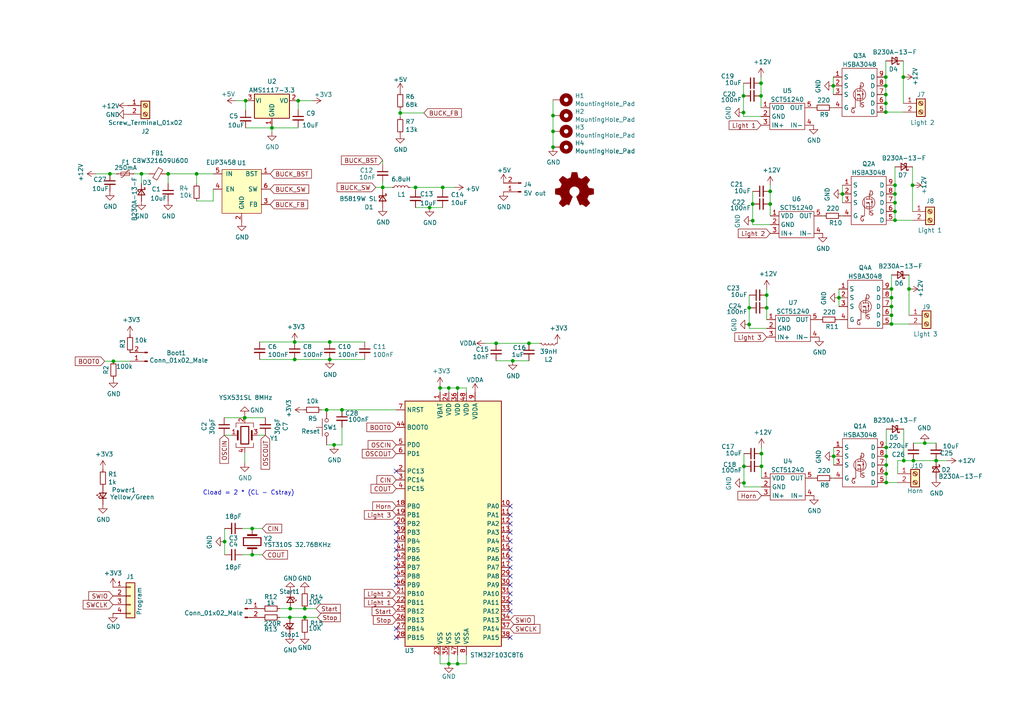
<source format=kicad_sch>
(kicad_sch (version 20211123) (generator eeschema)
  (paper "A4")
  (junction (at 85.471 104.267))
  (junction (at 223.393 59.182))
  (junction (at 271.526 133.604))
  (junction (at 110.998 54.356))
  (junction (at 127.635 112.522))
  (junction (at 259.588 58.801))
  (junction (at 215.646 27.813))
  (junction (at 223.393 55.499))
  (junction (at 264.922 133.604))
  (junction (at 257.048 137.414))
  (junction (at 256.921 27.432))
  (junction (at 215.646 32.639))
  (junction (at 220.853 131.572))
  (junction (at 222.377 89.281))
  (junction (at 132.715 192.532))
  (junction (at 120.523 54.356))
  (junction (at 218.313 59.182))
  (junction (at 73.152 153.289))
  (junction (at 148.717 104.648))
  (junction (at 259.588 61.341))
  (junction (at 84.074 179.07))
  (junction (at 124.587 60.198))
  (junction (at 217.297 94.107))
  (junction (at 217.297 89.281))
  (junction (at 160.401 38.1))
  (junction (at 258.572 93.98))
  (junction (at 95.631 99.187))
  (junction (at 263.652 83.82))
  (junction (at 96.901 129.032))
  (junction (at 116.078 32.766))
  (junction (at 70.993 121.158))
  (junction (at 244.348 56.261))
  (junction (at 88.392 176.53))
  (junction (at 160.401 42.672))
  (junction (at 94.742 118.872))
  (junction (at 132.715 112.522))
  (junction (at 268.224 128.524))
  (junction (at 257.048 132.334))
  (junction (at 258.572 91.44))
  (junction (at 95.631 104.267))
  (junction (at 220.853 135.255))
  (junction (at 241.681 24.892))
  (junction (at 143.891 99.568))
  (junction (at 130.175 112.522))
  (junction (at 222.377 85.598))
  (junction (at 86.487 29.21))
  (junction (at 71.247 29.21))
  (junction (at 264.668 53.721))
  (junction (at 85.471 99.187))
  (junction (at 256.921 32.512))
  (junction (at 73.152 160.909))
  (junction (at 262.001 22.352))
  (junction (at 215.773 135.255))
  (junction (at 262.128 133.604))
  (junction (at 215.773 140.081))
  (junction (at 32.893 104.775))
  (junction (at 48.768 50.419))
  (junction (at 220.726 24.13))
  (junction (at 256.921 24.892))
  (junction (at 99.187 118.872))
  (junction (at 84.201 176.53))
  (junction (at 259.588 63.881))
  (junction (at 220.726 27.813))
  (junction (at 88.392 179.07))
  (junction (at 243.332 86.36))
  (junction (at 128.397 54.356))
  (junction (at 65.151 157.099))
  (junction (at 258.572 83.82))
  (junction (at 160.401 33.528))
  (junction (at 57.023 50.419))
  (junction (at 259.588 53.721))
  (junction (at 258.572 86.36))
  (junction (at 256.921 22.352))
  (junction (at 241.808 132.334))
  (junction (at 78.867 37.084))
  (junction (at 130.175 192.532))
  (junction (at 257.048 129.794))
  (junction (at 153.416 99.568))
  (junction (at 218.313 64.008))
  (junction (at 256.921 29.972))
  (junction (at 41.021 50.419))
  (junction (at 257.048 134.874))
  (junction (at 259.588 56.261))
  (junction (at 31.877 50.419))
  (junction (at 258.572 88.9))
  (junction (at 257.048 139.954))
  (no_connect (at 114.935 136.652))
  (no_connect (at 147.955 167.132))
  (no_connect (at 114.935 169.672))
  (no_connect (at 114.935 156.972))
  (no_connect (at 114.935 162.052))
  (no_connect (at 114.935 154.432))
  (no_connect (at 114.935 182.372))
  (no_connect (at 114.935 164.592))
  (no_connect (at 147.955 149.352))
  (no_connect (at 147.955 146.812))
  (no_connect (at 147.955 177.292))
  (no_connect (at 147.955 174.752))
  (no_connect (at 147.955 154.432))
  (no_connect (at 147.955 156.972))
  (no_connect (at 147.955 151.892))
  (no_connect (at 147.955 164.592))
  (no_connect (at 147.955 162.052))
  (no_connect (at 147.955 169.672))
  (no_connect (at 147.955 184.912))
  (no_connect (at 147.955 159.512))
  (no_connect (at 147.955 172.212))
  (no_connect (at 114.935 159.512))
  (no_connect (at 114.935 184.912))
  (no_connect (at 114.935 151.892))
  (no_connect (at 114.935 167.132))
  (wire (pts (xy 27.813 50.419) (xy 31.877 50.419)))
  (wire (pts (xy 220.853 129.794) (xy 220.853 131.572)))
  (wire (pts (xy 243.332 83.82) (xy 243.332 86.36)))
  (wire (pts (xy 78.867 37.084) (xy 86.487 37.084)))
  (wire (pts (xy 215.773 141.224) (xy 215.773 140.081)))
  (wire (pts (xy 241.808 129.794) (xy 241.808 132.334)))
  (wire (pts (xy 241.681 24.892) (xy 241.681 27.432)))
  (wire (pts (xy 222.377 95.25) (xy 217.297 95.25)))
  (wire (pts (xy 218.313 55.499) (xy 218.313 59.182)))
  (wire (pts (xy 32.893 104.775) (xy 37.719 104.775)))
  (wire (pts (xy 41.021 50.419) (xy 43.18 50.419)))
  (wire (pts (xy 73.152 153.289) (xy 76.073 153.289)))
  (wire (pts (xy 160.401 38.1) (xy 160.401 42.672)))
  (wire (pts (xy 110.998 54.356) (xy 113.792 54.356)))
  (wire (pts (xy 84.074 179.07) (xy 88.392 179.07)))
  (wire (pts (xy 257.048 134.874) (xy 257.048 137.414)))
  (wire (pts (xy 91.694 176.53) (xy 88.392 176.53)))
  (wire (pts (xy 57.023 50.419) (xy 61.849 50.419)))
  (wire (pts (xy 61.849 58.293) (xy 61.849 54.864)))
  (wire (pts (xy 127.635 189.992) (xy 127.635 192.532)))
  (wire (pts (xy 257.048 129.794) (xy 257.048 132.334)))
  (wire (pts (xy 222.377 89.281) (xy 222.377 92.71)))
  (wire (pts (xy 264.668 48.387) (xy 264.668 53.721)))
  (wire (pts (xy 217.297 94.107) (xy 217.297 89.281)))
  (wire (pts (xy 70.993 131.318) (xy 70.993 134.239)))
  (wire (pts (xy 81.153 176.53) (xy 84.201 176.53)))
  (wire (pts (xy 274.701 133.604) (xy 271.526 133.604)))
  (wire (pts (xy 220.853 135.255) (xy 220.853 138.684)))
  (wire (pts (xy 120.523 54.356) (xy 120.523 55.118)))
  (wire (pts (xy 130.175 189.992) (xy 130.175 192.532)))
  (wire (pts (xy 128.397 54.356) (xy 131.826 54.356)))
  (wire (pts (xy 92.075 179.07) (xy 88.392 179.07)))
  (wire (pts (xy 95.631 99.187) (xy 105.791 99.187)))
  (wire (pts (xy 215.773 140.081) (xy 215.773 135.255)))
  (wire (pts (xy 68.453 29.21) (xy 71.247 29.21)))
  (wire (pts (xy 132.715 192.532) (xy 135.255 192.532)))
  (wire (pts (xy 259.588 58.801) (xy 259.588 61.341)))
  (wire (pts (xy 220.726 33.782) (xy 215.646 33.782)))
  (wire (pts (xy 243.332 86.36) (xy 243.332 88.9)))
  (wire (pts (xy 132.715 112.522) (xy 135.255 112.522)))
  (wire (pts (xy 257.048 132.334) (xy 257.048 134.874)))
  (wire (pts (xy 262.001 17.653) (xy 262.001 22.352)))
  (wire (pts (xy 217.297 85.598) (xy 217.297 89.281)))
  (wire (pts (xy 257.048 139.954) (xy 260.35 139.954)))
  (wire (pts (xy 85.471 104.267) (xy 95.631 104.267)))
  (wire (pts (xy 222.377 85.598) (xy 222.377 89.281)))
  (wire (pts (xy 258.572 93.98) (xy 263.652 93.98)))
  (wire (pts (xy 236.22 31.242) (xy 235.966 31.242)))
  (wire (pts (xy 93.218 118.872) (xy 94.742 118.872)))
  (wire (pts (xy 256.921 22.352) (xy 256.921 24.892)))
  (wire (pts (xy 57.023 58.293) (xy 61.849 58.293)))
  (wire (pts (xy 116.078 32.766) (xy 116.078 33.909)))
  (wire (pts (xy 223.393 55.499) (xy 223.393 59.182)))
  (wire (pts (xy 263.652 79.756) (xy 263.652 83.82)))
  (wire (pts (xy 85.471 99.187) (xy 95.631 99.187)))
  (wire (pts (xy 256.921 32.512) (xy 262.001 32.512)))
  (wire (pts (xy 57.023 50.419) (xy 57.023 53.213)))
  (wire (pts (xy 127.635 112.014) (xy 127.635 112.522)))
  (wire (pts (xy 65.024 121.158) (xy 70.993 121.158)))
  (wire (pts (xy 143.891 99.568) (xy 153.416 99.568)))
  (wire (pts (xy 78.867 38.227) (xy 78.867 37.084)))
  (wire (pts (xy 132.715 112.522) (xy 132.715 113.792)))
  (wire (pts (xy 220.726 27.813) (xy 220.726 31.242)))
  (wire (pts (xy 148.717 104.648) (xy 153.416 104.648)))
  (wire (pts (xy 223.393 53.721) (xy 223.393 55.499)))
  (wire (pts (xy 236.347 138.684) (xy 236.093 138.684)))
  (wire (pts (xy 65.024 126.238) (xy 67.183 126.238)))
  (wire (pts (xy 258.572 91.44) (xy 258.572 93.98)))
  (wire (pts (xy 220.853 131.572) (xy 220.853 135.255)))
  (wire (pts (xy 143.891 104.648) (xy 148.717 104.648)))
  (wire (pts (xy 81.153 179.07) (xy 84.074 179.07)))
  (wire (pts (xy 244.348 53.721) (xy 244.348 56.261)))
  (wire (pts (xy 38.862 50.419) (xy 41.021 50.419)))
  (wire (pts (xy 135.255 192.532) (xy 135.255 189.992)))
  (wire (pts (xy 264.922 133.604) (xy 262.128 133.604)))
  (wire (pts (xy 243.967 62.611) (xy 244.348 62.611)))
  (wire (pts (xy 259.588 48.387) (xy 259.588 53.721)))
  (wire (pts (xy 264.922 128.524) (xy 268.224 128.524)))
  (wire (pts (xy 110.998 46.482) (xy 110.998 47.752)))
  (wire (pts (xy 241.3 31.242) (xy 241.681 31.242)))
  (wire (pts (xy 257.048 129.794) (xy 257.048 124.46)))
  (wire (pts (xy 259.588 63.881) (xy 264.668 63.881)))
  (wire (pts (xy 86.487 31.75) (xy 86.487 29.21)))
  (wire (pts (xy 127.635 112.522) (xy 130.175 112.522)))
  (wire (pts (xy 260.35 133.604) (xy 260.35 137.414)))
  (wire (pts (xy 124.587 60.198) (xy 128.397 60.198)))
  (wire (pts (xy 262.128 133.604) (xy 260.35 133.604)))
  (wire (pts (xy 75.311 99.187) (xy 85.471 99.187)))
  (wire (pts (xy 258.572 83.82) (xy 258.572 86.36)))
  (wire (pts (xy 70.231 160.909) (xy 73.152 160.909)))
  (wire (pts (xy 90.551 29.21) (xy 86.487 29.21)))
  (wire (pts (xy 127.635 192.532) (xy 130.175 192.532)))
  (wire (pts (xy 65.151 153.289) (xy 65.151 157.099)))
  (wire (pts (xy 116.078 31.75) (xy 116.078 32.766)))
  (wire (pts (xy 218.313 64.008) (xy 218.313 59.182)))
  (wire (pts (xy 259.588 53.721) (xy 259.588 56.261)))
  (wire (pts (xy 74.803 126.238) (xy 76.962 126.238)))
  (wire (pts (xy 223.393 59.182) (xy 223.393 62.611)))
  (wire (pts (xy 223.393 65.151) (xy 218.313 65.151)))
  (wire (pts (xy 86.487 36.83) (xy 86.487 37.084)))
  (wire (pts (xy 130.175 112.522) (xy 130.175 113.792)))
  (wire (pts (xy 218.313 65.151) (xy 218.313 64.008)))
  (wire (pts (xy 241.427 138.684) (xy 241.808 138.684)))
  (wire (pts (xy 237.871 92.71) (xy 237.617 92.71)))
  (wire (pts (xy 118.872 54.356) (xy 120.523 54.356)))
  (wire (pts (xy 220.853 141.224) (xy 215.773 141.224)))
  (wire (pts (xy 238.887 62.611) (xy 238.633 62.611)))
  (wire (pts (xy 99.187 123.952) (xy 99.187 129.032)))
  (wire (pts (xy 215.646 33.782) (xy 215.646 32.639)))
  (wire (pts (xy 48.768 50.419) (xy 48.768 53.213)))
  (wire (pts (xy 132.715 189.992) (xy 132.715 192.532)))
  (wire (pts (xy 259.588 56.261) (xy 259.588 58.801)))
  (wire (pts (xy 108.966 54.356) (xy 110.998 54.356)))
  (wire (pts (xy 110.998 52.832) (xy 110.998 54.356)))
  (wire (pts (xy 65.151 157.099) (xy 65.151 160.909)))
  (wire (pts (xy 120.523 54.356) (xy 128.397 54.356)))
  (wire (pts (xy 140.843 99.568) (xy 143.891 99.568)))
  (wire (pts (xy 241.808 132.334) (xy 241.808 134.874)))
  (wire (pts (xy 122.936 32.766) (xy 116.078 32.766)))
  (wire (pts (xy 220.726 22.352) (xy 220.726 24.13)))
  (wire (pts (xy 130.175 192.532) (xy 132.715 192.532)))
  (wire (pts (xy 256.921 29.972) (xy 256.921 32.512)))
  (wire (pts (xy 94.742 118.872) (xy 99.187 118.872)))
  (wire (pts (xy 217.297 95.25) (xy 217.297 94.107)))
  (wire (pts (xy 215.773 131.572) (xy 215.773 135.255)))
  (wire (pts (xy 271.526 128.524) (xy 268.224 128.524)))
  (wire (pts (xy 73.152 160.909) (xy 76.073 160.909)))
  (wire (pts (xy 244.348 56.261) (xy 244.348 58.801)))
  (wire (pts (xy 264.668 53.721) (xy 264.668 61.341)))
  (wire (pts (xy 263.652 83.82) (xy 263.652 91.44)))
  (wire (pts (xy 124.587 60.198) (xy 120.523 60.198)))
  (wire (pts (xy 48.26 50.419) (xy 48.768 50.419)))
  (wire (pts (xy 71.247 37.084) (xy 78.867 37.084)))
  (wire (pts (xy 256.921 24.892) (xy 256.921 27.432)))
  (wire (pts (xy 160.401 28.956) (xy 160.401 33.528)))
  (wire (pts (xy 110.998 54.356) (xy 110.998 54.991)))
  (wire (pts (xy 241.681 22.352) (xy 241.681 24.892)))
  (wire (pts (xy 259.588 61.341) (xy 259.588 63.881)))
  (wire (pts (xy 127.635 112.522) (xy 127.635 113.792)))
  (wire (pts (xy 70.993 120.523) (xy 70.993 121.158)))
  (wire (pts (xy 222.377 83.82) (xy 222.377 85.598)))
  (wire (pts (xy 153.416 99.568) (xy 156.591 99.568)))
  (wire (pts (xy 256.921 27.432) (xy 256.921 29.972)))
  (wire (pts (xy 48.768 50.419) (xy 57.023 50.419)))
  (wire (pts (xy 257.048 137.414) (xy 257.048 139.954)))
  (wire (pts (xy 75.311 104.267) (xy 85.471 104.267)))
  (wire (pts (xy 96.901 129.032) (xy 94.742 129.032)))
  (wire (pts (xy 130.175 112.522) (xy 132.715 112.522)))
  (wire (pts (xy 99.187 129.032) (xy 96.901 129.032)))
  (wire (pts (xy 258.572 79.756) (xy 258.572 83.82)))
  (wire (pts (xy 78.867 37.084) (xy 78.867 36.83)))
  (wire (pts (xy 262.128 124.46) (xy 262.128 133.604)))
  (wire (pts (xy 31.877 50.419) (xy 33.782 50.419)))
  (wire (pts (xy 258.572 86.36) (xy 258.572 88.9)))
  (wire (pts (xy 128.397 55.118) (xy 128.397 54.356)))
  (wire (pts (xy 215.646 32.639) (xy 215.646 27.813)))
  (wire (pts (xy 135.255 112.522) (xy 135.255 113.792)))
  (wire (pts (xy 95.631 104.267) (xy 105.791 104.267)))
  (wire (pts (xy 215.646 24.13) (xy 215.646 27.813)))
  (wire (pts (xy 271.526 133.604) (xy 264.922 133.604)))
  (wire (pts (xy 70.993 121.158) (xy 76.962 121.158)))
  (wire (pts (xy 160.401 33.528) (xy 160.401 38.1)))
  (wire (pts (xy 41.021 53.213) (xy 41.021 50.419)))
  (wire (pts (xy 242.951 92.71) (xy 243.332 92.71)))
  (wire (pts (xy 99.187 118.872) (xy 114.935 118.872)))
  (wire (pts (xy 71.247 29.21) (xy 71.247 32.004)))
  (wire (pts (xy 70.231 153.289) (xy 73.152 153.289)))
  (wire (pts (xy 258.572 88.9) (xy 258.572 91.44)))
  (wire (pts (xy 256.921 17.653) (xy 256.921 22.352)))
  (wire (pts (xy 84.201 176.53) (xy 88.392 176.53)))
  (wire (pts (xy 30.353 104.775) (xy 32.893 104.775)))
  (wire (pts (xy 220.726 24.13) (xy 220.726 27.813)))
  (wire (pts (xy 262.001 22.352) (xy 262.001 29.972)))
  (text "Cload = 2 * (CL - Cstray)" (at 58.801 143.764 0) (effects (font (size 1.27 1.27)) (justify left bottom)))
  (global_label "Light 3" (shape input) (at 222.377 97.79 180) (property "Intersheet References" "${INTERSHEET_REFS}" (effects hide)))
  (global_label "OSCOUT" (shape input) (at 114.935 131.572 180) (property "Intersheet References" "${INTERSHEET_REFS}" (effects hide)))
  (global_label "BOOT0" (shape input) (at 30.353 104.775 180) (property "Intersheet References" "${INTERSHEET_REFS}" (effects hide)))
  (global_label "Light 2" (shape input) (at 114.935 172.212 180) (property "Intersheet References" "${INTERSHEET_REFS}" (effects hide)))
  (global_label "SWIO" (shape input) (at 147.955 179.832 0) (property "Intersheet References" "${INTERSHEET_REFS}" (effects hide)))
  (global_label "Stop" (shape input) (at 92.075 179.07 0) (property "Intersheet References" "${INTERSHEET_REFS}" (effects hide)))
  (global_label "Light 3" (shape input) (at 114.935 149.352 180) (property "Intersheet References" "${INTERSHEET_REFS}" (effects hide)))
  (global_label "Stop" (shape input) (at 114.935 179.832 180) (property "Intersheet References" "${INTERSHEET_REFS}" (effects hide)))
  (global_label "COUT" (shape input) (at 114.935 141.732 180) (property "Intersheet References" "${INTERSHEET_REFS}" (effects hide)))
  (global_label "BUCK_BST" (shape input) (at 78.359 50.419 0) (property "Intersheet References" "${INTERSHEET_REFS}" (effects hide)))
  (global_label "Horn" (shape input) (at 114.935 146.812 180) (property "Intersheet References" "${INTERSHEET_REFS}" (effects hide)))
  (global_label "BUCK_SW" (shape input) (at 78.359 54.864 0) (property "Intersheet References" "${INTERSHEET_REFS}" (effects hide)))
  (global_label "SWCLK" (shape input) (at 32.766 175.387 180) (property "Intersheet References" "${INTERSHEET_REFS}" (effects hide)))
  (global_label "SWIO" (shape input) (at 32.766 172.847 180) (property "Intersheet References" "${INTERSHEET_REFS}" (effects hide)))
  (global_label "Start" (shape input) (at 114.935 177.292 180) (property "Intersheet References" "${INTERSHEET_REFS}" (effects hide)))
  (global_label "Light 2" (shape input) (at 223.393 67.691 180) (property "Intersheet References" "${INTERSHEET_REFS}" (effects hide)))
  (global_label "BOOT0" (shape input) (at 114.935 123.952 180) (property "Intersheet References" "${INTERSHEET_REFS}" (effects hide)))
  (global_label "BUCK_FB" (shape input) (at 122.936 32.766 0) (property "Intersheet References" "${INTERSHEET_REFS}" (effects hide)))
  (global_label "COUT" (shape input) (at 76.073 160.909 0) (property "Intersheet References" "${INTERSHEET_REFS}" (effects hide)))
  (global_label "CIN" (shape input) (at 114.935 139.192 180) (property "Intersheet References" "${INTERSHEET_REFS}" (effects hide)))
  (global_label "Light 1" (shape input) (at 220.726 36.322 180) (property "Intersheet References" "${INTERSHEET_REFS}" (effects hide)))
  (global_label "BUCK_FB" (shape input) (at 78.359 59.309 0) (property "Intersheet References" "${INTERSHEET_REFS}" (effects hide)))
  (global_label "BUCK_SW" (shape input) (at 108.966 54.356 180) (property "Intersheet References" "${INTERSHEET_REFS}" (effects hide)))
  (global_label "Start" (shape input) (at 91.694 176.53 0) (property "Intersheet References" "${INTERSHEET_REFS}" (effects hide)))
  (global_label "SWCLK" (shape input) (at 147.955 182.372 0) (property "Intersheet References" "${INTERSHEET_REFS}" (effects hide)))
  (global_label "Horn" (shape input) (at 220.853 143.764 180) (property "Intersheet References" "${INTERSHEET_REFS}" (effects hide)))
  (global_label "CIN" (shape input) (at 76.073 153.289 0) (property "Intersheet References" "${INTERSHEET_REFS}" (effects hide)))
  (global_label "BUCK_BST" (shape input) (at 110.998 46.482 180) (property "Intersheet References" "${INTERSHEET_REFS}" (effects hide)))
  (global_label "Light 1" (shape input) (at 114.935 174.752 180) (property "Intersheet References" "${INTERSHEET_REFS}" (effects hide)))
  (global_label "OSCIN" (shape input) (at 65.024 126.238 270) (property "Intersheet References" "${INTERSHEET_REFS}" (effects hide)))
  (global_label "OSCIN" (shape input) (at 114.935 129.032 180) (property "Intersheet References" "${INTERSHEET_REFS}" (effects hide)))
  (global_label "OSCOUT" (shape input) (at 76.962 126.238 270) (property "Intersheet References" "${INTERSHEET_REFS}" (effects hide)))
  (symbol (lib_id "Device:C_Small") (at 218.313 131.572 90) (unit 1)
    (property "Reference" "C17" (at 213.106 129.54 90) (effects (justify left)))
    (property "Value" "10uF" (at 215.265 131.445 90) (effects (justify left)))
    (property "Footprint" "Capacitor_SMD:C_0603_1608Metric_Pad1.08x0.95mm_HandSolder" (effects hide))
  )
  (symbol (lib_id "power:GND") (at 148.717 104.648 0) (unit 1)
    (property "Reference" "#PWR031" (effects hide))
    (property "Value" "GND" (at 148.844 109.0422 0))
  )
  (symbol (lib_id "Device:C_Small") (at 128.397 57.658 0) (unit 1)
    (property "Reference" "C14" (at 130.7338 56.4896 0) (effects (justify left)))
    (property "Value" "10uF" (at 130.7338 58.801 0) (effects (justify left)))
    (property "Footprint" "Capacitor_SMD:C_0603_1608Metric_Pad1.08x0.95mm_HandSolder" (effects hide))
  )
  (symbol (lib_id "Mechanical:MountingHole_Pad") (at 162.941 38.1 270) (unit 1)
    (property "Reference" "H3" (at 166.751 36.9316 90) (effects (justify left)))
    (property "Value" "MountingHole_Pad" (at 166.751 39.243 90) (effects (justify left)))
    (property "Footprint" "MountingHole:MountingHole_3mm_Pad_Via" (effects hide))
  )
  (symbol (lib_id "power:GND") (at 238.633 67.691 0) (unit 1)
    (property "Reference" "#PWR044" (effects hide))
    (property "Value" "GND" (at 238.76 72.0852 0))
  )
  (symbol (lib_id "power:GND") (at 37.084 33.147 270) (unit 1)
    (property "Reference" "#PWR09" (effects hide))
    (property "Value" "GND" (at 32.6898 33.274 90))
  )
  (symbol (lib_id "Custom:HSBA3048") (at 251.968 58.801 0) (unit 1)
    (property "Reference" "Q2" (at 251.968 47.532 0))
    (property "Value" "HSBA3048" (at 251.968 50.0689 0))
    (property "Footprint" "Custom:PDFN-8_L5.6-W5.2-P1.27-LS6.1-BL" (effects hide))
  )
  (symbol (lib_id "power:GND") (at 95.631 104.267 0) (unit 1)
    (property "Reference" "#PWR019" (effects hide))
    (property "Value" "GND" (at 95.758 108.6612 0))
  )
  (symbol (lib_id "Custom:HSBA3048") (at 250.952 88.9 0) (unit 1)
    (property "Reference" "Q4" (at 250.952 77.631 0))
    (property "Value" "HSBA3048" (at 250.952 80.1679 0))
    (property "Footprint" "Custom:PDFN-8_L5.6-W5.2-P1.27-LS6.1-BL" (effects hide))
  )
  (symbol (lib_id "power:GND") (at 48.768 58.293 0) (unit 1)
    (property "Reference" "#PWR010" (effects hide))
    (property "Value" "GND" (at 48.895 62.6872 0))
  )
  (symbol (lib_id "Device:C_Small") (at 105.791 101.727 0) (unit 1)
    (property "Reference" "C11" (at 108.1278 100.5586 0) (effects (justify left)))
    (property "Value" "100nF" (at 108.1278 102.87 0) (effects (justify left)))
    (property "Footprint" "Capacitor_SMD:C_0603_1608Metric_Pad1.08x0.95mm_HandSolder" (effects hide))
  )
  (symbol (lib_id "Custom:HSBA3048") (at 249.301 27.432 0) (unit 1)
    (property "Reference" "Q3" (at 249.301 16.163 0))
    (property "Value" "HSBA3048" (at 249.301 18.6999 0))
    (property "Footprint" "Custom:PDFN-8_L5.6-W5.2-P1.27-LS6.1-BL" (effects hide))
  )
  (symbol (lib_id "Regulator_Linear:AMS1117-3.3") (at 78.867 29.21 0) (unit 1)
    (property "Reference" "U2" (at 78.867 23.6052 0))
    (property "Value" "AMS1117-3.3" (at 78.867 26.1421 0))
    (property "Footprint" "Package_TO_SOT_SMD:SOT-223-3_TabPin2" (effects hide))
    (property "Datasheet" "http://www.advanced-monolithic.com/pdf/ds1117.pdf" (effects hide))
  )
  (symbol (lib_id "Device:D_Schottky_Small") (at 259.588 124.46 180) (unit 1)
    (property "Reference" "D5" (at 260.604 126.873 0) (effects (justify left)))
    (property "Value" "B230A-13-F" (at 266.065 121.92 0) (effects (justify left)))
    (property "Footprint" "Diode_SMD:D_SMA" (effects hide))
  )
  (symbol (lib_id "Custom:SCT51240") (at 228.346 32.512 0) (unit 1)
    (property "Reference" "U5" (at 228.346 26.323 0))
    (property "Value" "SCT51240" (at 228.346 28.8599 0))
    (property "Footprint" "Package_TO_SOT_SMD:SOT-23-5_HandSoldering" (effects hide))
  )
  (symbol (lib_id "power:GND") (at 244.348 56.261 270) (unit 1)
    (property "Reference" "#PWR048" (effects hide))
    (property "Value" "GND" (at 239.9538 56.388 0))
  )
  (symbol (lib_id "power:+12V") (at 37.084 30.607 90) (unit 1)
    (property "Reference" "#PWR08" (effects hide))
    (property "Value" "+12V" (at 32.004 30.734 90))
  )
  (symbol (lib_id "Device:R_Small") (at 90.678 118.872 90) (unit 1)
    (property "Reference" "R5" (at 90.678 121.412 90))
    (property "Value" "10k" (at 90.678 116.332 90))
    (property "Footprint" "Resistor_SMD:R_0603_1608Metric_Pad0.98x0.95mm_HandSolder" (effects hide))
  )
  (symbol (lib_id "Device:C_Small") (at 86.487 34.29 0) (unit 1)
    (property "Reference" "C9" (at 88.773 32.893 0) (effects (justify left)))
    (property "Value" "10uF" (at 87.63 36.322 0) (effects (justify left)))
    (property "Footprint" "Capacitor_SMD:C_0603_1608Metric_Pad1.08x0.95mm_HandSolder" (effects hide))
  )
  (symbol (lib_id "Device:R_Small") (at 78.613 179.07 270) (unit 1)
    (property "Reference" "R13" (at 76.581 182.499 90) (effects (justify left)))
    (property "Value" "220R" (at 76.454 180.848 90) (effects (justify left)))
    (property "Footprint" "Resistor_SMD:R_0603_1608Metric_Pad0.98x0.95mm_HandSolder" (effects hide))
  )
  (symbol (lib_id "power:GND") (at 160.401 42.672 0) (unit 1)
    (property "Reference" "#PWR032" (effects hide))
    (property "Value" "GND" (at 160.528 47.0662 0))
  )
  (symbol (lib_id "Device:R_Small") (at 238.887 138.684 270) (unit 1)
    (property "Reference" "R8" (at 237.871 140.716 90) (effects (justify left)))
    (property "Value" "220" (at 237.109 136.525 90) (effects (justify left)))
    (property "Footprint" "Resistor_SMD:R_0603_1608Metric_Pad0.98x0.95mm_HandSolder" (effects hide))
  )
  (symbol (lib_id "power:VDDA") (at 140.843 99.568 90) (unit 1)
    (property "Reference" "#PWR029" (effects hide))
    (property "Value" "VDDA" (at 135.763 99.568 90))
  )
  (symbol (lib_id "Device:C_Small") (at 143.891 102.108 0) (unit 1)
    (property "Reference" "C15" (at 137.922 101.346 0) (effects (justify left)))
    (property "Value" "10nF" (at 137.033 103.505 0) (effects (justify left)))
    (property "Footprint" "Capacitor_SMD:C_0603_1608Metric_Pad1.08x0.95mm_HandSolder" (effects hide))
  )
  (symbol (lib_id "Device:C_Small") (at 220.853 55.499 90) (unit 1)
    (property "Reference" "C21" (at 215.646 53.467 90) (effects (justify left)))
    (property "Value" "10uF" (at 217.805 55.372 90) (effects (justify left)))
    (property "Footprint" "Capacitor_SMD:C_0603_1608Metric_Pad1.08x0.95mm_HandSolder" (effects hide))
  )
  (symbol (lib_id "Device:C_Small") (at 264.922 131.064 180) (unit 1)
    (property "Reference" "C26" (at 262.509 131.826 0) (effects (justify left)))
    (property "Value" "220uF" (at 263.652 129.286 0) (effects (justify left)))
    (property "Footprint" "Capacitor_SMD:CP_Elec_6.3x7.7" (effects hide))
  )
  (symbol (lib_id "Device:R_Small") (at 78.613 176.53 90) (unit 1)
    (property "Reference" "R12" (at 80.518 173.101 90) (effects (justify left)))
    (property "Value" "1k" (at 79.756 174.879 90) (effects (justify left)))
    (property "Footprint" "Resistor_SMD:R_0603_1608Metric_Pad0.98x0.95mm_HandSolder" (effects hide))
  )
  (symbol (lib_id "Graphic:Logo_Open_Hardware_Small") (at 166.624 55.626 0) (unit 1)
    (property "Reference" "LOGO1" (effects hide))
    (property "Value" "Logo_Open_Hardware_Small" (effects hide))
    (property "Footprint" "Symbol:OSHW-Logo2_7.3x6mm_SilkScreen" (effects hide))
  )
  (symbol (lib_id "power:GND") (at 32.766 177.927 0) (unit 1)
    (property "Reference" "#PWR05" (effects hide))
    (property "Value" "GND" (at 32.893 181.737 0))
  )
  (symbol (lib_id "Device:C_Small") (at 218.186 24.13 90) (unit 1)
    (property "Reference" "C19" (at 212.979 22.098 90) (effects (justify left)))
    (property "Value" "10uF" (at 215.138 24.003 90) (effects (justify left)))
    (property "Footprint" "Capacitor_SMD:C_0603_1608Metric_Pad1.08x0.95mm_HandSolder" (effects hide))
  )
  (symbol (lib_id "power:GND") (at 41.021 58.293 0) (unit 1)
    (property "Reference" "#PWR055" (effects hide))
    (property "Value" "GND" (at 41.148 62.6872 0))
  )
  (symbol (lib_id "power:GND") (at 70.993 120.523 180) (unit 1)
    (property "Reference" "#PWR014" (effects hide))
    (property "Value" "GND" (at 74.549 118.999 0))
  )
  (symbol (lib_id "Device:C_Small") (at 85.471 101.727 0) (unit 1)
    (property "Reference" "C8" (at 87.8078 100.5586 0) (effects (justify left)))
    (property "Value" "100nF" (at 87.8078 102.87 0) (effects (justify left)))
    (property "Footprint" "Capacitor_SMD:C_0603_1608Metric_Pad1.08x0.95mm_HandSolder" (effects hide))
  )
  (symbol (lib_id "Device:Polyfuse_Small") (at 36.322 50.419 90) (unit 1)
    (property "Reference" "F1" (at 36.449 47.117 90))
    (property "Value" "250mA" (at 36.449 48.641 90))
    (property "Footprint" "Fuse:Fuse_1206_3216Metric_Pad1.42x1.75mm_HandSolder" (effects hide))
  )
  (symbol (lib_id "power:+12V") (at 263.652 83.82 270) (unit 1)
    (property "Reference" "#PWR053" (effects hide))
    (property "Value" "+12V" (at 266.954 83.693 0))
  )
  (symbol (lib_id "Connector_Generic:Conn_01x04") (at 37.846 172.847 0) (unit 1)
    (property "Reference" "J1" (at 36.576 167.259 0) (effects (justify left)))
    (property "Value" "Program" (at 40.386 178.435 90) (effects (justify left)))
    (property "Footprint" "Connector_PinHeader_2.54mm:PinHeader_1x04_P2.54mm_Vertical" (effects hide))
  )
  (symbol (lib_id "power:GND") (at 218.313 64.008 270) (unit 1)
    (property "Reference" "#PWR036" (effects hide))
    (property "Value" "GND" (at 213.9188 64.135 0))
  )
  (symbol (lib_id "Connector:Screw_Terminal_01x02") (at 267.081 29.972 0) (unit 1)
    (property "Reference" "J7" (at 265.938 27.432 0) (effects (justify left)))
    (property "Value" "Light 2" (at 264.033 35.56 0) (effects (justify left)))
    (property "Footprint" "TerminalBlock:TerminalBlock_bornier-2_P5.08mm" (effects hide))
  )
  (symbol (lib_id "Device:C_Small") (at 67.691 153.289 270) (unit 1)
    (property "Reference" "C3" (at 67.691 156.083 90))
    (property "Value" "18pF" (at 67.691 149.7838 90))
    (property "Footprint" "Capacitor_SMD:C_0603_1608Metric_Pad1.08x0.95mm_HandSolder" (effects hide))
  )
  (symbol (lib_id "power:GND") (at 268.224 128.524 180) (unit 1)
    (property "Reference" "#PWR054" (effects hide))
    (property "Value" "GND" (at 268.097 124.1298 0))
  )
  (symbol (lib_id "Connector:Screw_Terminal_01x02") (at 265.43 137.414 0) (unit 1)
    (property "Reference" "J10" (at 264.16 135.128 0) (effects (justify left)))
    (property "Value" "Horn" (at 263.144 142.367 0) (effects (justify left)))
    (property "Footprint" "TerminalBlock:TerminalBlock_bornier-2_P5.08mm" (effects hide))
  )
  (symbol (lib_id "power:GND") (at 65.151 157.099 270) (unit 1)
    (property "Reference" "#PWR011" (effects hide))
    (property "Value" "GND" (at 60.7568 157.226 0))
  )
  (symbol (lib_id "Device:R_Small") (at 88.392 181.61 0) (unit 1)
    (property "Reference" "R15" (at 89.8906 180.7753 0) (effects (justify left)))
    (property "Value" "10K" (at 89.408 182.245 0) (effects (justify left)))
    (property "Footprint" "Resistor_SMD:R_0603_1608Metric_Pad0.98x0.95mm_HandSolder" (effects hide))
  )
  (symbol (lib_id "Device:C_Small") (at 153.416 102.108 0) (unit 1)
    (property "Reference" "C16" (at 148.717 100.838 0) (effects (justify left)))
    (property "Value" "1uF" (at 148.336 102.87 0) (effects (justify left)))
    (property "Footprint" "Capacitor_SMD:C_0603_1608Metric_Pad1.08x0.95mm_HandSolder" (effects hide))
  )
  (symbol (lib_id "power:GND") (at 88.392 171.45 180) (unit 1)
    (property "Reference" "#PWR0101" (effects hide))
    (property "Value" "GND" (at 88.392 167.767 0))
  )
  (symbol (lib_id "power:GND") (at 243.332 86.36 270) (unit 1)
    (property "Reference" "#PWR049" (effects hide))
    (property "Value" "GND" (at 238.9378 86.487 0))
  )
  (symbol (lib_id "power:GND") (at 124.587 60.198 0) (unit 1)
    (property "Reference" "#PWR024" (effects hide))
    (property "Value" "GND" (at 124.714 64.5922 0))
  )
  (symbol (lib_id "Device:R_Small") (at 241.427 62.611 270) (unit 1)
    (property "Reference" "R10" (at 240.411 64.643 90) (effects (justify left)))
    (property "Value" "220" (at 239.649 60.452 90) (effects (justify left)))
    (property "Footprint" "Resistor_SMD:R_0603_1608Metric_Pad0.98x0.95mm_HandSolder" (effects hide))
  )
  (symbol (lib_id "Device:Crystal") (at 73.152 157.099 270) (unit 1)
    (property "Reference" "Y2" (at 76.4794 156.1905 90) (effects (justify left)))
    (property "Value" "YST310S 32.768KHz" (at 76.454 157.988 90) (effects (justify left)))
    (property "Footprint" "Crystal:Crystal_SMD_3215-2Pin_3.2x1.5mm" (effects hide))
  )
  (symbol (lib_id "power:+3.3V") (at 88.138 118.872 90) (unit 1)
    (property "Reference" "#PWR0106" (effects hide))
    (property "Value" "+3.3V" (at 83.7438 118.491 0))
  )
  (symbol (lib_id "power:GND") (at 31.877 55.499 0) (unit 1)
    (property "Reference" "#PWR057" (effects hide))
    (property "Value" "GND" (at 32.004 59.8932 0))
  )
  (symbol (lib_id "power:+5V") (at 146.05 53.086 0) (unit 1)
    (property "Reference" "#PWR030" (effects hide))
    (property "Value" "+5V" (at 144.145 49.403 0) (effects (justify left)))
  )
  (symbol (lib_id "Switch:SW_Push") (at 94.742 123.952 90) (unit 1)
    (property "Reference" "SW1" (at 93.726 123.952 90) (effects (justify right)))
    (property "Value" "Reset" (at 87.376 125.095 90) (effects (justify right)))
    (property "Footprint" "Custom:SW_Push_7x4.5" (effects hide))
  )
  (symbol (lib_id "Custom:SCT51240") (at 228.473 139.954 0) (unit 1)
    (property "Reference" "U4" (at 228.473 133.765 0))
    (property "Value" "SCT51240" (at 228.473 136.3019 0))
    (property "Footprint" "Package_TO_SOT_SMD:SOT-23-5_HandSoldering" (effects hide))
  )
  (symbol (lib_id "Connector:Conn_01x02_Male") (at 70.993 176.53 0) (unit 1)
    (property "Reference" "J3" (at 72.009 174.498 0))
    (property "Value" "Conn_01x02_Male" (at 61.976 177.8 0))
    (property "Footprint" "Connector_PinHeader_2.54mm:PinHeader_1x02_P2.54mm_Vertical" (effects hide))
  )
  (symbol (lib_id "power:GND") (at 235.966 36.322 0) (unit 1)
    (property "Reference" "#PWR043" (effects hide))
    (property "Value" "GND" (at 236.093 40.7162 0))
  )
  (symbol (lib_id "Device:R_Small") (at 238.76 31.242 270) (unit 1)
    (property "Reference" "R9" (at 237.744 33.274 90) (effects (justify left)))
    (property "Value" "220" (at 236.982 29.083 90) (effects (justify left)))
    (property "Footprint" "Resistor_SMD:R_0603_1608Metric_Pad0.98x0.95mm_HandSolder" (effects hide))
  )
  (symbol (lib_id "Device:Crystal_GND24") (at 70.993 126.238 0) (unit 1)
    (property "Reference" "Y1" (at 79.502 127.127 0))
    (property "Value" "YSX531SL 8MHz" (at 71.247 115.316 0))
    (property "Footprint" "Crystal:Crystal_SMD_3225-4Pin_3.2x2.5mm" (effects hide))
  )
  (symbol (lib_id "Custom:EUP3458") (at 70.104 56.769 0) (unit 1)
    (property "Reference" "U1" (at 70.104 47.244 0))
    (property "Value" "EUP3458" (at 64.135 47.117 0))
    (property "Footprint" "Package_TO_SOT_SMD:SOT-23-6_Handsoldering" (effects hide))
  )
  (symbol (lib_id "power:GND") (at 70.104 64.389 0) (unit 1)
    (property "Reference" "#PWR013" (effects hide))
    (property "Value" "GND" (at 70.231 68.7832 0))
  )
  (symbol (lib_id "Device:L_Small") (at 159.131 99.568 270) (unit 1)
    (property "Reference" "L2" (at 159.131 104.267 90))
    (property "Value" "39nH" (at 159.131 101.9556 90))
    (property "Footprint" "Inductor_SMD:L_0805_2012Metric_Pad1.05x1.20mm_HandSolder" (effects hide))
  )
  (symbol (lib_id "Mechanical:MountingHole_Pad") (at 162.941 28.956 270) (unit 1)
    (property "Reference" "H1" (at 166.751 27.7876 90) (effects (justify left)))
    (property "Value" "MountingHole_Pad" (at 166.751 30.099 90) (effects (justify left)))
    (property "Footprint" "MountingHole:MountingHole_3mm_Pad_Via" (effects hide))
  )
  (symbol (lib_id "Device:FerriteBead_Small") (at 45.72 50.419 270) (unit 1)
    (property "Reference" "FB1" (at 45.72 44.3992 90))
    (property "Value" "CBW321609U600" (at 46.482 46.609 90))
    (property "Footprint" "Capacitor_SMD:C_1206_3216Metric_Pad1.33x1.80mm_HandSolder" (effects hide))
  )
  (symbol (lib_id "power:+3.3V") (at 37.719 97.155 0) (unit 1)
    (property "Reference" "#PWR07" (effects hide))
    (property "Value" "+3.3V" (at 38.1 92.7608 0))
  )
  (symbol (lib_id "Device:C_Small") (at 218.186 27.813 90) (unit 1)
    (property "Reference" "C20" (at 213.487 27.305 90) (effects (justify left)))
    (property "Value" "100nF" (at 215.138 28.956 90) (effects (justify left)))
    (property "Footprint" "Capacitor_SMD:C_0603_1608Metric_Pad1.08x0.95mm_HandSolder" (effects hide))
  )
  (symbol (lib_id "power:GND") (at 215.646 32.639 270) (unit 1)
    (property "Reference" "#PWR035" (effects hide))
    (property "Value" "GND" (at 211.2518 32.766 0))
  )
  (symbol (lib_id "power:+5V") (at 116.078 26.67 0) (unit 1)
    (property "Reference" "#PWR022" (effects hide))
    (property "Value" "+5V" (at 116.078 23.0942 0))
  )
  (symbol (lib_id "Device:D_Schottky_Small") (at 262.128 48.387 180) (unit 1)
    (property "Reference" "D7" (at 263.144 50.8 0) (effects (justify left)))
    (property "Value" "B230A-13-F" (at 268.605 45.847 0) (effects (justify left)))
    (property "Footprint" "Diode_SMD:D_SMA" (effects hide))
  )
  (symbol (lib_id "power:GND") (at 130.175 192.532 0) (unit 1)
    (property "Reference" "#PWR026" (effects hide))
    (property "Value" "GND" (at 130.175 196.215 0))
  )
  (symbol (lib_id "power:GND") (at 217.297 94.107 270) (unit 1)
    (property "Reference" "#PWR037" (effects hide))
    (property "Value" "GND" (at 212.9028 94.234 0))
  )
  (symbol (lib_id "power:+3.3V") (at 161.671 99.568 0) (unit 1)
    (property "Reference" "#PWR033" (effects hide))
    (property "Value" "+3.3V" (at 162.052 95.1738 0))
  )
  (symbol (lib_id "power:+3.3V") (at 32.766 170.307 0) (unit 1)
    (property "Reference" "#PWR04" (effects hide))
    (property "Value" "+3.3V" (at 32.766 166.243 0))
  )
  (symbol (lib_id "power:GND") (at 78.867 38.227 0) (unit 1)
    (property "Reference" "#PWR016" (effects hide))
    (property "Value" "GND" (at 78.994 42.6212 0))
  )
  (symbol (lib_id "power:+12V") (at 222.377 83.82 0) (unit 1)
    (property "Reference" "#PWR041" (effects hide))
    (property "Value" "+12V" (at 222.758 79.4258 0))
  )
  (symbol (lib_id "Device:C_Small") (at 271.526 131.064 180) (unit 1)
    (property "Reference" "C25" (at 276.479 131.445 0) (effects (justify left)))
    (property "Value" "10uF" (at 278.257 129.413 0) (effects (justify left)))
    (property "Footprint" "Capacitor_SMD:C_0603_1608Metric_Pad1.08x0.95mm_HandSolder" (effects hide))
  )
  (symbol (lib_id "power:GND") (at 271.526 138.684 0) (unit 1)
    (property "Reference" "#PWR0103" (effects hide))
    (property "Value" "GND" (at 271.653 143.0782 0))
  )
  (symbol (lib_id "Connector:Screw_Terminal_01x02") (at 269.748 61.341 0) (unit 1)
    (property "Reference" "J8" (at 268.605 58.293 0) (effects (justify left)))
    (property "Value" "Light 1" (at 266.192 66.802 0) (effects (justify left)))
    (property "Footprint" "TerminalBlock:TerminalBlock_bornier-2_P5.08mm" (effects hide))
  )
  (symbol (lib_id "Device:R_Small") (at 116.078 29.21 0) (unit 1)
    (property "Reference" "R6" (at 117.5766 28.0416 0) (effects (justify left)))
    (property "Value" "68k" (at 117.5766 30.353 0) (effects (justify left)))
    (property "Footprint" "Resistor_SMD:R_0603_1608Metric_Pad0.98x0.95mm_HandSolder" (effects hide))
  )
  (symbol (lib_id "power:+12V") (at 274.701 133.604 270) (unit 1)
    (property "Reference" "#PWR050" (effects hide))
    (property "Value" "+12V" (at 280.289 133.604 90))
  )
  (symbol (lib_id "MCU_ST_STM32F1:STM32F103C8Tx") (at 132.715 151.892 0) (unit 1)
    (property "Reference" "U3" (at 118.745 188.722 0))
    (property "Value" "STM32F103C8T6" (at 144.145 189.992 0))
    (property "Footprint" "Package_QFP:LQFP-48_7x7mm_P0.5mm" (effects hide))
    (property "Datasheet" "http://www.st.com/st-web-ui/static/active/en/resource/technical/document/datasheet/CD00161566.pdf" (effects hide))
  )
  (symbol (lib_id "power:+3.3V") (at 29.845 136.144 0) (unit 1)
    (property "Reference" "#PWR01" (effects hide))
    (property "Value" "+3.3V" (at 30.226 131.7498 0))
  )
  (symbol (lib_id "power:GND") (at 237.617 97.79 0) (unit 1)
    (property "Reference" "#PWR045" (effects hide))
    (property "Value" "GND" (at 237.744 102.1842 0))
  )
  (symbol (lib_id "Device:L_Small") (at 116.332 54.356 90) (unit 1)
    (property "Reference" "L1" (at 116.459 56.388 90))
    (property "Value" "6.8uH" (at 116.332 51.9684 90))
    (property "Footprint" "Inductor_SMD:L_Bourns-SRN4018" (effects hide))
  )
  (symbol (lib_id "power:+5V") (at 68.453 29.21 90) (unit 1)
    (property "Reference" "#PWR012" (effects hide))
    (property "Value" "+5V" (at 64.135 27.305 90) (effects (justify right)))
  )
  (symbol (lib_id "power:GND") (at 241.681 24.892 270) (unit 1)
    (property "Reference" "#PWR047" (effects hide))
    (property "Value" "GND" (at 237.2868 25.019 0))
  )
  (symbol (lib_id "power:+3.3V") (at 90.551 29.21 270) (unit 1)
    (property "Reference" "#PWR018" (effects hide))
    (property "Value" "+3.3V" (at 93.726 27.432 90))
  )
  (symbol (lib_id "Device:R_Small") (at 37.719 99.695 0) (unit 1)
    (property "Reference" "R3" (at 35.56 99.695 90))
    (property "Value" "10k" (at 40.894 98.679 0))
    (property "Footprint" "Resistor_SMD:R_0603_1608Metric_Pad0.98x0.95mm_HandSolder" (effects hide))
  )
  (symbol (lib_id "Device:C_Small") (at 218.313 135.255 90) (unit 1)
    (property "Reference" "C18" (at 213.614 134.747 90) (effects (justify left)))
    (property "Value" "100nF" (at 215.265 136.398 90) (effects (justify left)))
    (property "Footprint" "Capacitor_SMD:C_0603_1608Metric_Pad1.08x0.95mm_HandSolder" (effects hide))
  )
  (symbol (lib_id "Connector:Screw_Terminal_01x02") (at 268.732 91.44 0) (unit 1)
    (property "Reference" "J9" (at 267.462 89.027 0) (effects (justify left)))
    (property "Value" "Light 3" (at 264.922 96.901 0) (effects (justify left)))
    (property "Footprint" "TerminalBlock:TerminalBlock_bornier-2_P5.08mm" (effects hide))
  )
  (symbol (lib_id "Custom:SCT51240") (at 231.013 63.881 0) (unit 1)
    (property "Reference" "U6" (at 231.013 57.692 0))
    (property "Value" "SCT51240" (at 231.013 60.2289 0))
    (property "Footprint" "Package_TO_SOT_SMD:SOT-23-5_HandSoldering" (effects hide))
  )
  (symbol (lib_id "Device:LED_Small") (at 84.201 173.99 270) (unit 1)
    (property "Reference" "Start1" (at 86.995 171.577 90) (effects (justify right)))
    (property "Value" "LED" (effects hide))
    (property "Footprint" "LED_SMD:LED_0603_1608Metric_Pad1.05x0.95mm_HandSolder" (effects hide))
  )
  (symbol (lib_id "power:GND") (at 70.993 134.239 0) (unit 1)
    (property "Reference" "#PWR015" (effects hide))
    (property "Value" "GND" (at 71.12 138.6332 0))
  )
  (symbol (lib_id "Device:D_Schottky_Small") (at 261.112 79.756 180) (unit 1)
    (property "Reference" "D6" (at 262.128 82.169 0) (effects (justify left)))
    (property "Value" "B230A-13-F" (at 267.589 77.216 0) (effects (justify left)))
    (property "Footprint" "Diode_SMD:D_SMA" (effects hide))
  )
  (symbol (lib_id "Connector:Conn_01x02_Male") (at 42.799 104.775 180) (unit 1)
    (property "Reference" "Boot1" (at 48.26 102.362 0) (effects (justify right)))
    (property "Value" "Conn_01x02_Male" (at 43.307 104.521 0) (effects (justify right)))
    (property "Footprint" "Connector_PinHeader_2.54mm:PinHeader_1x02_P2.54mm_Vertical" (effects hide))
  )
  (symbol (lib_id "Device:C_Small") (at 48.768 55.753 0) (unit 1)
    (property "Reference" "C1" (at 43.942 54.864 0) (effects (justify left)))
    (property "Value" "10uF" (at 43.561 57.531 0) (effects (justify left)))
    (property "Footprint" "Capacitor_SMD:C_0603_1608Metric_Pad1.08x0.95mm_HandSolder" (effects hide))
  )
  (symbol (lib_id "Device:C_Small") (at 71.247 34.544 0) (unit 1)
    (property "Reference" "C5" (at 66.421 33.655 0) (effects (justify left)))
    (property "Value" "10uF" (at 66.04 36.322 0) (effects (justify left)))
    (property "Footprint" "Capacitor_SMD:C_0603_1608Metric_Pad1.08x0.95mm_HandSolder" (effects hide))
  )
  (symbol (lib_id "power:GND") (at 32.893 109.855 0) (unit 1)
    (property "Reference" "#PWR03" (effects hide))
    (property "Value" "GND" (at 33.02 114.2492 0))
  )
  (symbol (lib_id "power:+12V") (at 223.393 53.721 0) (unit 1)
    (property "Reference" "#PWR040" (effects hide))
    (property "Value" "+12V" (at 223.774 49.3268 0))
  )
  (symbol (lib_id "Device:R_Small") (at 32.893 107.315 0) (unit 1)
    (property "Reference" "R2" (at 30.734 107.315 90))
    (property "Value" "100k" (at 36.068 106.299 0))
    (property "Footprint" "Resistor_SMD:R_0603_1608Metric_Pad0.98x0.95mm_HandSolder" (effects hide))
  )
  (symbol (lib_id "Connector:Screw_Terminal_01x02") (at 42.164 30.607 0) (unit 1)
    (property "Reference" "J2" (at 42.164 38.1168 0))
    (property "Value" "Screw_Terminal_01x02" (at 42.164 35.5799 0))
    (property "Footprint" "TerminalBlock:TerminalBlock_bornier-2_P5.08mm" (effects hide))
  )
  (symbol (lib_id "power:+3.3V") (at 85.471 99.187 0) (unit 1)
    (property "Reference" "#PWR017" (effects hide))
    (property "Value" "+3.3V" (at 85.852 94.7928 0))
  )
  (symbol (lib_id "power:GND") (at 241.808 132.334 270) (unit 1)
    (property "Reference" "#PWR046" (effects hide))
    (property "Value" "GND" (at 237.4138 132.461 0))
  )
  (symbol (lib_id "Connector:Conn_01x02_Male") (at 151.13 55.626 180) (unit 1)
    (property "Reference" "J4" (at 151.8412 53.5213 0) (effects (justify right)))
    (property "Value" "5V out" (at 151.8412 56.0582 0) (effects (justify right)))
    (property "Footprint" "Connector_PinHeader_2.54mm:PinHeader_1x02_P2.54mm_Vertical" (effects hide))
  )
  (symbol (lib_id "power:GND") (at 146.05 55.626 0) (unit 1)
    (property "Reference" "#PWR056" (effects hide))
    (property "Value" "GND" (at 146.177 60.0202 0))
  )
  (symbol (lib_id "Custom:SCT51240") (at 229.997 93.98 0) (unit 1)
    (property "Reference" "U7" (at 229.997 87.791 0))
    (property "Value" "SCT51240" (at 229.997 90.3279 0))
    (property "Footprint" "Package_TO_SOT_SMD:SOT-23-5_HandSoldering" (effects hide))
  )
  (symbol (lib_id "Custom:HSBA3048") (at 249.428 134.874 0) (unit 1)
    (property "Reference" "Q1" (at 249.428 123.605 0))
    (property "Value" "HSBA3048" (at 249.428 126.1419 0))
    (property "Footprint" "Custom:PDFN-8_L5.6-W5.2-P1.27-LS6.1-BL" (effects hide))
  )
  (symbol (lib_id "power:GND") (at 110.998 60.071 0) (unit 1)
    (property "Reference" "#PWR021" (effects hide))
    (property "Value" "GND" (at 111.125 64.4652 0))
  )
  (symbol (lib_id "power:+12V") (at 264.668 53.721 270) (unit 1)
    (property "Reference" "#PWR051" (effects hide))
    (property "Value" "+12V" (at 267.97 53.721 0))
  )
  (symbol (lib_id "power:GND") (at 215.773 140.081 270) (unit 1)
    (property "Reference" "#PWR034" (effects hide))
    (property "Value" "GND" (at 211.3788 140.208 0))
  )
  (symbol (lib_id "Device:C_Small") (at 219.837 89.281 90) (unit 1)
    (property "Reference" "C24" (at 215.138 88.773 90) (effects (justify left)))
    (property "Value" "100nF" (at 216.789 90.424 90) (effects (justify left)))
    (property "Footprint" "Capacitor_SMD:C_0603_1608Metric_Pad1.08x0.95mm_HandSolder" (effects hide))
  )
  (symbol (lib_id "power:+12V") (at 220.853 129.794 0) (unit 1)
    (property "Reference" "#PWR038" (effects hide))
    (property "Value" "+12V" (at 221.234 125.3998 0))
  )
  (symbol (lib_id "Device:D_Schottky_Small") (at 271.526 136.144 270) (unit 1)
    (property "Reference" "D2" (at 273.05 136.271 90) (effects (justify left)))
    (property "Value" "B230A-13-F" (at 272.161 138.176 90) (effects (justify left)))
    (property "Footprint" "Diode_SMD:D_SMA" (effects hide))
  )
  (symbol (lib_id "power:+12V") (at 220.726 22.352 0) (unit 1)
    (property "Reference" "#PWR039" (effects hide))
    (property "Value" "+12V" (at 221.107 17.9578 0))
  )
  (symbol (lib_id "Device:LED_Small") (at 29.845 143.764 90) (unit 1)
    (property "Reference" "Power1" (at 32.385 142.113 90) (effects (justify right)))
    (property "Value" "Yellow/Green" (at 31.877 144.145 90) (effects (justify right)))
    (property "Footprint" "LED_SMD:LED_0603_1608Metric_Pad1.05x0.95mm_HandSolder" (effects hide))
  )
  (symbol (lib_id "Device:C_Small") (at 75.311 101.727 0) (unit 1)
    (property "Reference" "C6" (at 77.6478 100.5586 0) (effects (justify left)))
    (property "Value" "100nF" (at 77.6478 102.87 0) (effects (justify left)))
    (property "Footprint" "Capacitor_SMD:C_0603_1608Metric_Pad1.08x0.95mm_HandSolder" (effects hide))
  )
  (symbol (lib_id "Device:C_Small") (at 219.837 85.598 90) (unit 1)
    (property "Reference" "C23" (at 214.63 83.566 90) (effects (justify left)))
    (property "Value" "10uF" (at 216.789 85.471 90) (effects (justify left)))
    (property "Footprint" "Capacitor_SMD:C_0603_1608Metric_Pad1.08x0.95mm_HandSolder" (effects hide))
  )
  (symbol (lib_id "Device:C_Small") (at 65.024 123.698 0) (unit 1)
    (property "Reference" "C2" (at 59.2074 123.698 90))
    (property "Value" "30pF" (at 61.5188 123.698 90))
    (property "Footprint" "Capacitor_SMD:C_0603_1608Metric_Pad1.08x0.95mm_HandSolder" (effects hide))
  )
  (symbol (lib_id "power:GND") (at 236.093 143.764 0) (unit 1)
    (property "Reference" "#PWR042" (effects hide))
    (property "Value" "GND" (at 236.22 148.1582 0))
  )
  (symbol (lib_id "power:+3.3V") (at 127.635 112.014 0) (unit 1)
    (property "Reference" "#PWR025" (effects hide))
    (property "Value" "+3.3V" (at 128.016 107.6198 0))
  )
  (symbol (lib_id "power:GND") (at 116.078 38.989 0) (unit 1)
    (property "Reference" "#PWR023" (effects hide))
    (property "Value" "GND" (at 116.205 43.3832 0))
  )
  (symbol (lib_id "Device:C_Small") (at 31.877 52.959 0) (unit 1)
    (property "Reference" "C27" (at 27.051 52.07 0) (effects (justify left)))
    (property "Value" "10uF" (at 26.67 54.737 0) (effects (justify left)))
    (property "Footprint" "Capacitor_SMD:C_0603_1608Metric_Pad1.08x0.95mm_HandSolder" (effects hide))
  )
  (symbol (lib_id "Device:C_Small") (at 99.187 121.412 0) (unit 1)
    (property "Reference" "C28" (at 100.076 119.888 0) (effects (justify left)))
    (property "Value" "100nF" (at 100.965 121.666 0) (effects (justify left)))
    (property "Footprint" "Capacitor_SMD:C_0603_1608Metric_Pad1.08x0.95mm_HandSolder" (effects hide))
  )
  (symbol (lib_id "power:GND") (at 96.901 129.032 0) (unit 1)
    (property "Reference" "#PWR0107" (effects hide))
    (property "Value" "GND" (at 97.028 133.4262 0))
  )
  (symbol (lib_id "power:+5V") (at 131.826 54.356 270) (unit 1)
    (property "Reference" "#PWR027" (effects hide))
    (property "Value" "+5V" (at 135.001 54.7898 90) (effects (justify left)))
  )
  (symbol (lib_id "Device:C_Small") (at 120.523 57.658 0) (unit 1)
    (property "Reference" "C13" (at 121.793 56.261 0) (effects (justify left)))
    (property "Value" "10uF" (at 121.793 58.928 0) (effects (justify left)))
    (property "Footprint" "Capacitor_SMD:C_0603_1608Metric_Pad1.08x0.95mm_HandSolder" (effects hide))
  )
  (symbol (lib_id "Device:R_Small") (at 88.392 173.99 0) (unit 1)
    (property "Reference" "R14" (at 89.8906 173.1553 0) (effects (justify left)))
    (property "Value" "10K" (at 89.408 174.625 0) (effects (justify left)))
    (property "Footprint" "Resistor_SMD:R_0603_1608Metric_Pad0.98x0.95mm_HandSolder" (effects hide))
  )
  (symbol (lib_id "power:GND") (at 88.392 184.15 0) (unit 1)
    (property "Reference" "#PWR0102" (effects hide))
    (property "Value" "GND" (at 88.392 187.833 0))
  )
  (symbol (lib_id "Device:C_Small") (at 76.962 123.698 180) (unit 1)
    (property "Reference" "C7" (at 82.7786 123.698 90))
    (property "Value" "30pF" (at 80.4672 123.698 90))
    (property "Footprint" "Capacitor_SMD:C_0603_1608Metric_Pad1.08x0.95mm_HandSolder" (effects hide))
  )
  (symbol (lib_id "Device:R_Small") (at 29.845 138.684 0) (unit 1)
    (property "Reference" "R1" (at 31.3436 137.5156 0) (effects (justify left)))
    (property "Value" "1k" (at 31.3436 139.827 0) (effects (justify left)))
    (property "Footprint" "Resistor_SMD:R_0603_1608Metric_Pad0.98x0.95mm_HandSolder" (effects hide))
  )
  (symbol (lib_id "Device:C_Small") (at 220.853 59.182 90) (unit 1)
    (property "Reference" "C22" (at 216.154 58.674 90) (effects (justify left)))
    (property "Value" "100nF" (at 217.805 60.325 90) (effects (justify left)))
    (property "Footprint" "Capacitor_SMD:C_0603_1608Metric_Pad1.08x0.95mm_HandSolder" (effects hide))
  )
  (symbol (lib_id "power:GND") (at 84.201 171.45 180) (unit 1)
    (property "Reference" "#PWR0104" (effects hide))
    (property "Value" "GND" (at 84.201 167.767 0))
  )
  (symbol (lib_id "Device:C_Small") (at 110.998 50.292 0) (unit 1)
    (property "Reference" "C12" (at 106.299 49.403 0))
    (property "Value" "10nF" (at 106.553 51.435 0))
    (property "Footprint" "Capacitor_SMD:C_0603_1608Metric_Pad1.08x0.95mm_HandSolder" (effects hide))
  )
  (symbol (lib_id "Device:LED_Small") (at 84.074 181.61 90) (unit 1)
    (property "Reference" "Stop1" (at 81.28 184.023 90) (effects (justify right)))
    (property "Value" "LED" (effects hide))
    (property "Footprint" "LED_SMD:LED_0603_1608Metric_Pad1.05x0.95mm_HandSolder" (effects hide))
  )
  (symbol (lib_id "Device:R_Small") (at 116.078 36.449 0) (unit 1)
    (property "Reference" "R7" (at 117.5766 35.2806 0) (effects (justify left)))
    (property "Value" "13k" (at 117.5766 37.592 0) (effects (justify left)))
    (property "Footprint" "Resistor_SMD:R_0603_1608Metric_Pad0.98x0.95mm_HandSolder" (effects hide))
  )
  (symbol (lib_id "Device:C_Small") (at 67.691 160.909 270) (unit 1)
    (property "Reference" "C4" (at 67.691 157.861 90))
    (property "Value" "18pF" (at 67.691 164.465 90))
    (property "Footprint" "Capacitor_SMD:C_0603_1608Metric_Pad1.08x0.95mm_HandSolder" (effects hide))
  )
  (symbol (lib_id "Device:D_Schottky_Small") (at 259.461 17.653 180) (unit 1)
    (property "Reference" "D4" (at 260.477 20.066 0) (effects (justify left)))
    (property "Value" "B230A-13-F" (at 265.938 15.113 0) (effects (justify left)))
    (property "Footprint" "Diode_SMD:D_SMA" (effects hide))
  )
  (symbol (lib_id "Device:C_Small") (at 95.631 101.727 0) (unit 1)
    (property "Reference" "C10" (at 97.9678 100.5586 0) (effects (justify left)))
    (property "Value" "100nF" (at 97.9678 102.87 0) (effects (justify left)))
    (property "Footprint" "Capacitor_SMD:C_0603_1608Metric_Pad1.08x0.95mm_HandSolder" (effects hide))
  )
  (symbol (lib_id "Device:R_Small") (at 57.023 55.753 0) (unit 1)
    (property "Reference" "R4" (at 51.943 54.61 0) (effects (justify left)))
    (property "Value" "10k" (at 52.07 56.642 0) (effects (justify left)))
    (property "Footprint" "Resistor_SMD:R_0603_1608Metric_Pad0.98x0.95mm_HandSolder" (effects hide))
  )
  (symbol (lib_id "power:GND") (at 84.074 184.15 0) (unit 1)
    (property "Reference" "#PWR0105" (effects hide))
    (property "Value" "GND" (at 84.201 188.5442 0))
  )
  (symbol (lib_id "power:+12V") (at 262.001 22.352 270) (unit 1)
    (property "Reference" "#PWR052" (effects hide))
    (property "Value" "+12V" (at 265.43 22.225 0))
  )
  (symbol (lib_id "power:+12V") (at 27.813 50.419 90) (unit 1)
    (property "Reference" "#PWR06" (effects hide))
    (property "Value" "+12V" (at 23.4188 50.038 0))
  )
  (symbol (lib_id "Device:D_Schottky_Small") (at 110.998 57.531 270) (unit 1)
    (property "Reference" "D1" (at 105.664 60.071 90) (effects (justify left)))
    (property "Value" "B5819W SL" (at 98.425 57.658 90) (effects (justify left)))
    (property "Footprint" "Diode_SMD:D_SOD-123" (effects hide))
  )
  (symbol (lib_id "Mechanical:MountingHole_Pad") (at 162.941 42.672 270) (unit 1)
    (property "Reference" "H4" (at 166.751 41.5036 90) (effects (justify left)))
    (property "Value" "MountingHole_Pad" (at 166.751 43.815 90) (effects (justify left)))
    (property "Footprint" "MountingHole:MountingHole_3mm_Pad_Via" (effects hide))
  )
  (symbol (lib_id "Device:R_Small") (at 240.411 92.71 270) (unit 1)
    (property "Reference" "R11" (at 239.395 94.742 90) (effects (justify left)))
    (property "Value" "220" (at 238.633 90.551 90) (effects (justify left)))
    (property "Footprint" "Resistor_SMD:R_0603_1608Metric_Pad0.98x0.95mm_HandSolder" (effects hide))
  )
  (symbol (lib_id "power:GND") (at 29.845 146.304 0) (unit 1)
    (property "Reference" "#PWR02" (effects hide))
    (property "Value" "GND" (at 29.972 150.6982 0))
  )
  (symbol (lib_id "Mechanical:MountingHole_Pad") (at 162.941 33.528 270) (unit 1)
    (property "Reference" "H2" (at 166.751 32.3596 90) (effects (justify left)))
    (property "Value" "MountingHole_Pad" (at 166.751 34.671 90) (effects (justify left)))
    (property "Footprint" "MountingHole:MountingHole_3mm_Pad_Via" (effects hide))
  )
  (symbol (lib_id "Device:D_Schottky_Small") (at 41.021 55.753 270) (unit 1)
    (property "Reference" "D3" (at 41.275 52.959 90) (effects (justify left)))
    (property "Value" "B230A-13-F" (at 38.989 51.308 0) (effects (justify left)))
    (property "Footprint" "Diode_SMD:D_SMA" (effects hide))
  )
  (symbol (lib_id "power:VDDA") (at 137.795 113.792 0) (unit 1)
    (property "Reference" "#PWR028" (effects hide))
    (property "Value" "VDDA" (at 137.795 110.1875 0))
  )
)
</source>
